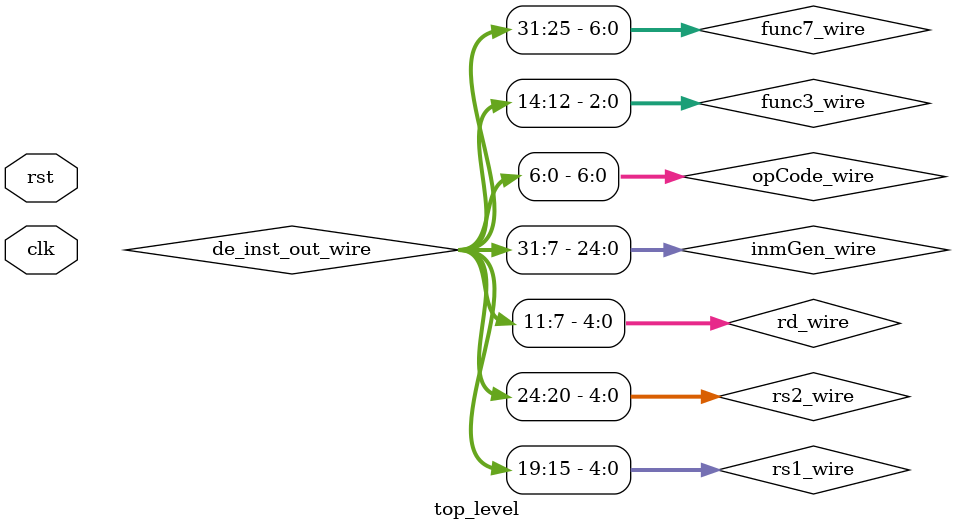
<source format=sv>
`include "alu.sv"
`include "branch_unit.sv"
`include "control_unit.sv"
`include "data_memory.sv"
`include "instruction_memory.sv"
`include "mux_2_1.sv"
`include "registers_unit.sv"
`include "immediate_generator.sv"
`include "mux_3_1.sv"
`include "sumador.sv"
`include "fe_program_counter.sv"
`include "de_immsrc.sv"
`include "de_inst.sv"
`include "de_pcinc.sv"
`include "de_program_counter.sv"
`include "ex_aluasrc.sv"
`include "ex_alubsrc.sv"
`include "ex_aluop.sv"
`include "ex_brop.sv"
`include "ex_dmctrl.sv"
`include "ex_dmwr.sv"
`include "ex_immext.sv"
`include "ex_pcinc.sv"
`include "ex_program_counter.sv"
`include "ex_rd.sv"
`include "ex_rs1.sv"
`include "ex_rs2.sv"
`include "ex_rudatawrsrc.sv"
`include "ex_rurs1.sv"
`include "ex_rurs2.sv"
`include "ex_ruwr.sv"
`include "me_alures.sv"
`include "me_dmctrl.sv"
`include "me_dmwr.sv"
`include "me_pcinc.sv"
`include "me_rd.sv"
`include "me_rudatawrsrc.sv"
`include "me_rurs2.sv"
`include "me_ruwr.sv"
`include "wb_alures.sv"
`include "wb_dmdatard.sv"
`include "wb_pcinc.sv"
`include "wb_rd.sv"
`include "wb_rudatawrsrc.sv"
`include "wb_ruwr.sv"
`include "hazard_unit.sv"
`include "forwarding_unit.sv"

module top_level(
    input logic clk,
    input logic rst
);

// ------------------------------------ Fetch ------------------------------------
// uso del mux_2_1 con nextPcSrc
    // llamar al modulo de mux_2_1 con nextPcSrc
    mux_2_1 mux_2_1_nextPcSrc(
        .A(sumador_out_wire),
        .B(alu_out_wire),
        .sel(nextPcSrc_wire),
        .Y(fe_pc_in_wire)
    );
// cable de entrada y salida del fe_pc
    logic [31:0] fe_pc_in_wire;
    logic [31:0] fe_pc_out_wire;

// llamar al modulo fe_program_counter
    fe_program_counter fe_program_counter(
        .clk(clk),
        .rst(rst),
        .enable(enable_hazard_wire),
        .fe_pc_in(fe_pc_in_wire),
        .fe_pc_out(fe_pc_out_wire)
    );

// cable de salida de la instruction_memory
    logic [31:0] instruction_memory_out_wire;
// llamar al módulo instruction memory
    instruction_memory instruction_memory(
        .address(fe_pc_out_wire),
        .instruction(instruction_memory_out_wire)
    );
// cable de salida del sumador
    logic [31:0] sumador_out_wire;
// llamar al modulo del sumador
    sumador sumador(
        .pcInstruction(fe_pc_out_wire),
        .sumOut(sumador_out_wire)
    );

// ------------------------------------ Fetch ------------------------------------


// ------------------------------------ Decode ------------------------------------
// cables de salida de de_inst
    logic [31:0] de_inst_out_wire;

// llamar al modulo de_inst
    de_inst de_inst(
        .de_inst_in(instruction_memory_out_wire),
        .de_inst_out(de_inst_out_wire),
        .enable(enable_hazard_wire),
        .clk(clk),
        .rst(nextPcSrc_wire)
    );

// asignar cables de salida de de_inst
    logic [6:0] opCode_wire;
    logic [2:0] func3_wire;
    logic [6:0] func7_wire;
    logic [4:0] rs1_wire;
    logic [4:0] rs2_wire;
    logic [4:0] rd_wire;
    logic [24:0] inmGen_wire;
    assign opCode_wire = de_inst_out_wire[6:0];
    assign func3_wire = de_inst_out_wire[14:12];
    assign func7_wire = de_inst_out_wire[31:25];
    assign rs1_wire = de_inst_out_wire[19:15];
    assign rs2_wire = de_inst_out_wire[24:20];
    assign rd_wire = de_inst_out_wire[11:7];
    assign inmGen_wire = de_inst_out_wire[31:7];

// cable de salida del de_pcinc
    logic [31:0] de_pcinc_out_wire;

// llamar al modulo de_pcinc
    de_pcinc de_pcinc(
        .de_pcinc_in(sumador_out_wire),
        .de_pcinc_out(de_pcinc_out_wire),
        .clk(clk),
        .rst(nextPcSrc_wire),
        .enable(enable_hazard_wire)
    );
// cable de salida de de_program_counter
    logic [31:0] de_pc_out_wire;

// llamar al modulo de_program_counter
    de_program_counter de_program_counter(
        .clk(clk),
        .rst(nextPcSrc_wire),
        .de_pc_in(fe_pc_out_wire),
        .de_pc_out(de_pc_out_wire),
        .enable(enable_hazard_wire)
    );
// cables de salida de la control unit
    logic ruWr_wire;
    logic [2:0] de_immSrc_wire;
    logic aluASrc_wire;
    logic aluBSrc_wire;
    logic [4:0] brOp_wire;
    logic [3:0] aluOp_wire;
    logic dmWr_wire;
    logic [2:0] dmCtrl_wire;
    logic [1:0] ruDataWrSrc_wire;
// llamar al modulo de control unit
    control_unit control_unit(
        .opCode(opCode_wire),
        .func7(func7_wire),
        .func3(func3_wire),
        .ruWr(ruWr_wire),
        .immSrc(de_immSrc_wire),
        .aluASrc(aluASrc_wire),
        .aluBSrc(aluBSrc_wire),
        .brOp(brOp_wire),
        .aluOp(aluOp_wire),
        .dmWr(dmWr_wire),
        .dmCtrl(dmCtrl_wire),
        .ruDataWrSrc(ruDataWrSrc_wire)
    );
    // cables de salida de la hazard_unit
    logic enable_hazard_wire;
    logic clr_hazard_wire;
    // llamar al modulo de hazard_unit
    hazard_unit hazard_unit(
        .de_rs1(rs1_wire),
        .de_rs2(rs2_wire),
        .ex_rd(ex_rd_out_wire),
        .ex_dmrd(ex_dmwr_out_wire), // preguntar señal
        .enable(enable_hazard_wire),
        .clr(clr_hazard_wire)
    );
    //cable de entrada dataWr
    logic [31:0] dataWr_wire;
    // cables de salida del registers unit
    logic [31:0] ruRs1_wire;
    logic [31:0] ruRs2_wire;
    // llamar al modulo de registers unit
    registers_unit registers_unit(
        .clk(clk),
        .rs1(rs1_wire),
        .rs2(rs2_wire),
        .rd(wb_rd_out_wire),
        .dataWr(dataWr_wire),
        .ruWr(wb_ruwr_out_wire),
        .ruRs1(ruRs1_wire),
        .ruRs2(ruRs2_wire)
    );
    // cables de salida del immediate generator
    logic [31:0] immExt_wire;
    // llamar al modulo de immediate generator
    immediate_generator immediate_generator(
        .inmGen(inmGen_wire),
        .immSrc(de_immSrc_wire),
        .immExt(immExt_wire)
    );

// ____________________________________ Decode ____________________________________

// ____________________________________ Execute ____________________________________
// cable de clr para execute
    logic ex_clr = clr_hazard_wire | nextPcSrc_wire;
// cable salida ex_dmctrl
    logic [2:0] ex_dmctrl_out_wire;
// llamar al modulo ex_dmctrl
    ex_dmctrl ex_dmctrl(
        .ex_dmctrl_in(dmCtrl_wire),
        .ex_dmctrl_out(ex_dmctrl_out_wire),
        .clk(clk),
        .rst(ex_clr)
    );
// cable salida ex_dmwr
    logic ex_dmwr_out_wire;
// llamar al modulo ex_dmwr
    ex_dmwr ex_dmwr(
        .ex_dmwr_in(dmWr_wire),
        .ex_dmwr_out(ex_dmwr_out_wire),
        .clk(clk),
        .rst(ex_clr)
    );
// cable salida ex_rudatawrsrc
    logic [1:0] ex_rudatawrsrc_out_wire;
// llamar al modulo ex_rudatawrsrc
    ex_rudatawrsrc ex_rudatawrsrc(
        .ex_rudatawrsrc_in(ruDataWrSrc_wire),
        .ex_rudatawrsrc_out(ex_rudatawrsrc_out_wire),
        .clk(clk),
        .rst(ex_clr)
    );
// cable salida ex_ruwr
    logic ex_ruwr_out_wire;
// llamar al modulo ex_ruwr
    ex_ruwr ex_ruwr(
        .ex_ruwr_in(ruWr_wire),
        .ex_ruwr_out(ex_ruwr_out_wire),
        .clk(clk),
        .rst(ex_clr)
    );
// cable de salida de ex_pcinc
    logic [31:0] ex_pcinc_out_wire;
// llamar al modulo ex_pcinc
    ex_pcinc ex_pcinc(
        .ex_pcinc_in(de_pc_out_wire),
        .ex_pcinc_out(ex_pcinc_out_wire),
        .clk(clk),
        .rst(ex_clr)
    );

    // cable de salida de ex_program_counter
    logic [31:0] ex_pc_out_wire;
    // llamar al modulo ex_program_counter
    ex_program_counter ex_program_counter(
        .clk(clk),
        .rst(ex_clr),
        .ex_pc_in(de_pc_out_wire),
        .ex_pc_out(ex_pc_out_wire)
    );
    // cable de salida de ex_rurs1
    logic [31:0] ex_rurs1_out_wire;

    // llamar al modulo ex_rurs1
    ex_rurs1 ex_rurs1(
        .ex_rurs1_in(ruRs1_wire),
        .ex_rurs1_out(ex_rurs1_out_wire),
        .clk(clk),
        .rst(ex_clr)
    );
    // cable de salida de ex_rurs2
    logic [31:0] ex_rurs2_out_wire;
    // llamar al modulo ex_rurs2
    ex_rurs2 ex_rurs2(
        .ex_rurs2_in(ruRs2_wire),
        .ex_rurs2_out(ex_rurs2_out_wire),
        .clk(clk),
        .rst(ex_clr)
    );

    // cable de salida de ex_immext
    logic [31:0] ex_immext_out_wire;

    // llamar al modulo ex_immext
    ex_immext ex_immext(
        .ex_immext_in(immExt_wire),
        .ex_immext_out(ex_immext_out_wire),
        .clk(clk),
        .rst(ex_clr)
    );

    // cable de salida de ex_aluasrc
    logic ex_aluasrc_out_wire;
    // llamar al modulo ex_aluasrc
    ex_aluasrc ex_aluasrc(
        .ex_aluasrc_in(aluASrc_wire),
        .ex_aluasrc_out(ex_aluasrc_out_wire),
        .clk(clk),
        .rst(ex_clr)
    );

    // cable de salida de ex_alubsrc
    logic ex_alubsrc_out_wire;
    // llamar al modulo ex_alubsrc
    ex_alubsrc ex_alubsrc(
        .ex_alubsrc_in(aluBSrc_wire),
        .ex_alubsrc_out(ex_alubsrc_out_wire),
        .clk(clk),
        .rst(ex_clr)
    );

    //cable salida de ex_brop
    logic [4:0] ex_brop_out_wire;
    // llamar al modulo ex_brop
    ex_brop ex_brop(
        .ex_brop_in(brOp_wire),
        .ex_brop_out(ex_brop_out_wire),
        .clk(clk),
        .rst(ex_clr)
    );

    //cable de salida de ex_aluop
    logic [3:0] ex_aluop_out_wire;
    // llamar al modulo ex_aluop
    ex_aluop ex_aluop(
        .ex_aluop_in(aluOp_wire),
        .ex_aluop_out(ex_aluop_out_wire),
        .clk(clk),
        .rst(ex_clr)
    );
    // cable de salida del branch unit
    logic nextPcSrc_wire;
    // llamar al modulo de branch unit
    branch_unit branch_unit(
        .ruRs1(mux_3_1_rurs1_out_wire),
        .ruRs2(mux_3_1_rurs2_out_wire),
        .brOp(ex_brop_out_wire),
        .nextPcSrc(nextPcSrc_wire)
    );
    // uso del mux_3_1 con la forwarding unit rurs1
    // cable de salida del mux_3_1
    logic [31:0] mux_3_1_rurs1_out_wire;
    // llamar al modulo de mux_3_1 con la forwarding unit rurs1
    mux_3_1 mux_3_1_rurs1(
        .A(ex_rurs1_out_wire),
        .B(me_alures_out_wire),
        .C(dataWr_wire),
        .sel(forwarding_unit_mux_3_1_rurs1_wire),
        .Y(mux_3_1_rurs1_out_wire)
    );
    // uso del mux_3_1 con la forwarding unit rurs2
    // cable de salida del mux_3_1
    logic [31:0] mux_3_1_rurs2_out_wire;
    // llamar al modulo de mux_3_1 con la forwarding unit rurs2
    mux_3_1 mux_3_1_rurs2(
        .A(ex_rurs2_out_wire),
        .B(me_alures_out_wire),
        .C(dataWr_wire),
        .sel(forwarding_unit_mux_3_1_rurs2_wire),
        .Y(mux_3_1_rurs2_out_wire)
    );
    // uso de mux_2_1 aluASrc
    // cables de salida de los mux_2_1
    logic [31:0] A_mux_2_1_out_wire;
    logic [31:0] B_mux_2_1_out_wire;
    // llamar al modulo de mux_2_1 aluASrc
    mux_2_1 mux_2_1_aluASrc(
        .A(mux_3_1_rurs1_out_wire),
        .B(ex_pc_out_wire),
        .sel(ex_aluasrc_out_wire),
        .Y(A_mux_2_1_out_wire)
    );
    // uso de mux_2_1 aluBSrc
    // llamar al modulo de mux_2_1 aluBSrc
    mux_2_1 mux_2_1_aluBSrc(
        .A(mux_3_1_rurs2_out_wire),
        .B(ex_immext_out_wire),
        .sel(ex_alubsrc_out_wire),
        .Y(B_mux_2_1_out_wire)
    );
    // cable de salida de la alu
    logic [31:0] alu_out_wire;
    // llamar al modulo de alu
    alu alu(
        .A(A_mux_2_1_out_wire),
        .B(B_mux_2_1_out_wire),
        .aluOp(ex_aluop_out_wire),
        .aluRes(alu_out_wire)
    );

    // cable de salida de ex_rs1
    logic [4:0] ex_rs1_out_wire;
    // llamar al modulo de ex_rs1
    ex_rs1 ex_rs1(
        .clk(clk),
        .rst(rst),
        .ex_rs1_in(rs1_wire),
        .ex_rs1_out(ex_rs1_out_wire)
    );
    // cable de salida de ex_rs2
    logic [4:0] ex_rs2_out_wire;
    // llamar al modulo de ex_rs2
    ex_rs2 ex_rs2(
        .clk(clk),
        .rst(rst),
        .ex_rs2_in(rs2_wire),
        .ex_rs2_out(ex_rs2_out_wire)
    );
    // cable de salida de ex_rd
    logic [4:0] ex_rd_out_wire;
    // llamar al modulo de ex_rd
    ex_rd ex_rd(
        .clk(clk),
        .rst(rst),
        .ex_rd_in(rd_wire),
        .ex_rd_out(ex_rd_out_wire)
    );

    // cables de salida de la forwarding_unit
    logic [1:0] forwarding_unit_mux_3_1_rurs1_wire;
    logic [1:0] forwarding_unit_mux_3_1_rurs2_wire;
    // llamar al modulo de forwarding_unit
    forwarding_unit forwarding_unit(
        .ex_rs1(ex_rs1_out_wire),
        .ex_rs2(ex_rs2_out_wire),
        .me_rd(me_rd_out_wire),
        .wb_rd(wb_rd_out_wire),
        .me_ruwr(me_ruwr_out_wire),
        .wb_ruwr(wb_ruwr_out_wire),
        .ex_mux_rurs1(forwarding_unit_mux_3_1_rurs1_wire),
        .ex_mux_rurs2(forwarding_unit_mux_3_1_rurs2_wire)
    );
// ____________________________________ Execute ____________________________________

// ____________________________________ Memory ____________________________________

    // cable de salida de me_pcinc
    logic [31:0] me_pcinc_out_wire;
    // llamar al modulo de me_pcinc
    me_pcinc me_pcinc(
        .me_pcinc_in(ex_pcinc_out_wire),
        .me_pcinc_out(me_pcinc_out_wire),
        .clk(clk),
        .rst(rst)
    );

    // cable de salida de me_alures
    logic [31:0] me_alures_out_wire;
    // llamar al modulo de me_alures
    me_alures me_alures(
        .me_alures_in(alu_out_wire),
        .me_alures_out(me_alures_out_wire),
        .clk(clk),
        .rst(rst)
    );
    // cable de salida de me_rurs2
    logic [31:0] me_rurs2_out_wire;
    // llamar al modulo de me_rurs2
    me_rurs2 me_rurs2(
        .me_rurs2_in(ex_rurs2_out_wire),
        .me_rurs2_out(me_rurs2_out_wire),
        .clk(clk),
        .rst(rst)
    );

    // cable de salida de me_rd
    logic [4:0] me_rd_out_wire;
    // llamar al modulo de me_rd
    me_rd me_rd(
        .me_rd_in(ex_rd_out_wire),
        .me_rd_out(me_rd_out_wire),
        .clk(clk),
        .rst(rst)
    );

    //cable de salida de me_dmctrl
    logic [2:0] me_dmctrl_out_wire;
    // llamar al modulo de me_dmctrl
    me_dmctrl me_dmctrl(
        .me_dmctrl_in(ex_dmctrl_out_wire),
        .me_dmctrl_out(me_dmctrl_out_wire),
        .clk(clk),
        .rst(rst)
    );
    // cable de salida de me_dmwr
    logic me_dmwr_out_wire;
    // llamar al modulo de me_dmwr
    me_dmwr me_dmwr(
        .me_dmwr_in(ex_dmwr_out_wire),
        .me_dmwr_out(me_dmwr_out_wire),
        .clk(clk),
        .rst(rst)
    );
    // cable de salida de me_rudatawrsrc
    logic [1:0] me_rudatawrsrc_out_wire;
    // llamar al modulo de me_rudatawrsrc
    me_rudatawrsrc me_rudatawrsrc(
        .me_rudatawrsrc_in(ex_rudatawrsrc_out_wire),
        .me_rudatawrsrc_out(me_rudatawrsrc_out_wire),
        .clk(clk),
        .rst(rst)
    );
    // cable de salida de me_ruwr
    logic me_ruwr_out_wire;
    // llamar al modulo de me_ruwr
    me_ruwr me_ruwr(
        .me_ruwr_in(ex_ruwr_out_wire),
        .me_ruwr_out(me_ruwr_out_wire),
        .clk(clk),
        .rst(rst)
    );
    // cable de salida de la data memory
    logic [31:0] data_memory_out_wire;
    // llamar al modulo de data memory
    data_memory data_memory(
        .address(me_alures_out_wire),
        .dataWr(me_rurs2_out_wire),
        .dmCtrl(me_dmctrl_out_wire),
        .dmWr(me_dmwr_out_wire),
        .dataRd(data_memory_out_wire)
    );
// ____________________________________ Memory ____________________________________

// ____________________________________ Write Back ____________________________________

    // cable de salida de wb_dmdatard
    logic [31:0] wb_dmdatard_out_wire;
    // llamar al modulo de wb_dmdatard
    wb_dmdatard wb_dmdatard(
        .wb_dmdatard_in(data_memory_out_wire),
        .wb_dmdatard_out(wb_dmdatard_out_wire),
        .clk(clk),
        .rst(rst)
    );

    // cable de salida de wb_alures
    logic [31:0] wb_alures_out_wire;
    // llamar al modulo de wb_alures
    wb_alures wb_alures(
        .wb_alures_in(me_alures_out_wire),
        .wb_alures_out(wb_alures_out_wire),
        .clk(clk),
        .rst(rst)
    );
    // cable de salida de wb_rd
    logic [4:0] wb_rd_out_wire;
    // llamar al modulo de wb_rd
    wb_rd wb_rd(
        .wb_rd_in(me_rd_out_wire),
        .wb_rd_out(wb_rd_out_wire),
        .clk(clk),
        .rst(rst)
    );
    // cable de salida de wb_pcinc
    logic [31:0] wb_pcinc_out_wire;
    // llamar al modulo de wb_pcinc
    wb_pcinc wb_pcinc(
        .wb_pcinc_in(me_pcinc_out_wire),
        .wb_pcinc_out(wb_pcinc_out_wire),
        .clk(clk),
        .rst(rst)
    );

    // cable de salida de wb_rudatawrsrc
    logic [1:0] wb_rudatawrsrc_out_wire;
    // llamar al modulo de wb_rudatawrsrc
    wb_rudatawrsrc wb_rudatawrsrc(
        .wb_rudatawrsrc_in(me_rudatawrsrc_out_wire),
        .wb_rudatawrsrc_out(wb_rudatawrsrc_out_wire),
        .clk(clk),
        .rst(rst)
    );
    // cable de salida de wb_ruwr
    logic wb_ruwr_out_wire;
    // llamar al modulo de wb_ruwr
    wb_ruwr wb_ruwr(
        .wb_ruwr_in(me_ruwr_out_wire),
        .wb_ruwr_out(wb_ruwr_out_wire),
        .clk(clk),
        .rst(rst)
    );
    // uso del mux_3_1 con ruDataWrSrc
    // el cable de salida del mux_3_1 es dataWr
    // llamar al modulo de mux_3_1 con ruDataWrSrc
    mux_3_1 mux_3_1_ruDataWrSrc(
        .A(wb_alures_out_wire),
        .B(wb_dmdatard_out_wire),
        .C(wb_pcinc_out_wire),
        .sel(wb_rudatawrsrc_out_wire),
        .Y(dataWr_wire)
    );

endmodule
</source>
